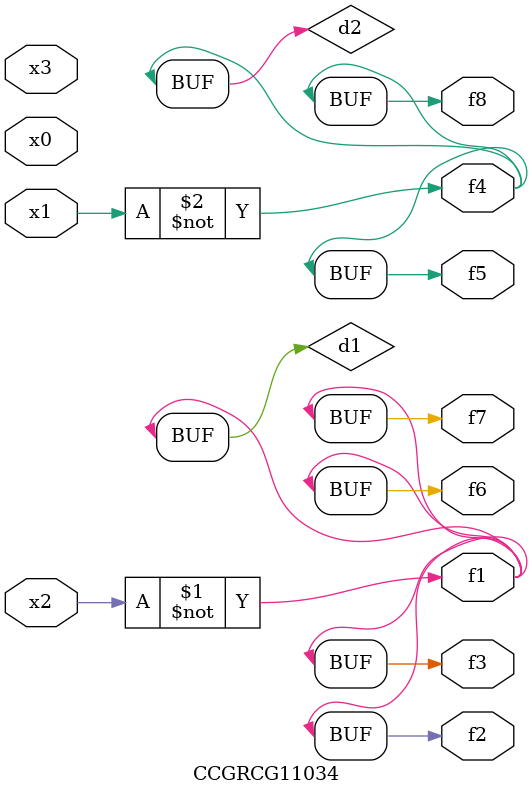
<source format=v>
module CCGRCG11034(
	input x0, x1, x2, x3,
	output f1, f2, f3, f4, f5, f6, f7, f8
);

	wire d1, d2;

	xnor (d1, x2);
	not (d2, x1);
	assign f1 = d1;
	assign f2 = d1;
	assign f3 = d1;
	assign f4 = d2;
	assign f5 = d2;
	assign f6 = d1;
	assign f7 = d1;
	assign f8 = d2;
endmodule

</source>
